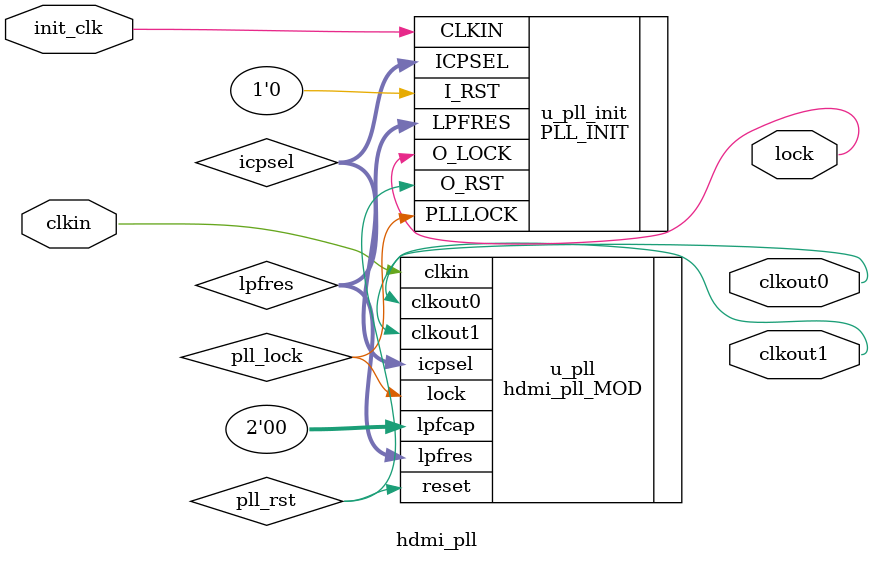
<source format=v>
module hdmi_pll(
    clkin,
    init_clk,
    clkout0,
    clkout1,
    lock
);

input clkin;
input init_clk;
output clkout0;
output clkout1;
output lock;
wire [5:0] icpsel;
wire [2:0] lpfres;
wire pll_lock;
wire pll_rst;

    hdmi_pll_MOD u_pll(
        .clkout0(clkout0),
        .clkout1(clkout1),
        .lock(pll_lock),
        .clkin(clkin),
        .reset(pll_rst),
        .icpsel(icpsel),
        .lpfres(lpfres),
        .lpfcap(2'b00)
    );

    PLL_INIT u_pll_init(
        .CLKIN(init_clk),
        .I_RST(1'b0),
        .O_RST(pll_rst),
        .PLLLOCK(pll_lock),
        .O_LOCK(lock),
        .ICPSEL(icpsel),
        .LPFRES(lpfres)
    );
    defparam u_pll_init.CLK_PERIOD = 20;
    defparam u_pll_init.MULTI_FAC = 37;

endmodule

</source>
